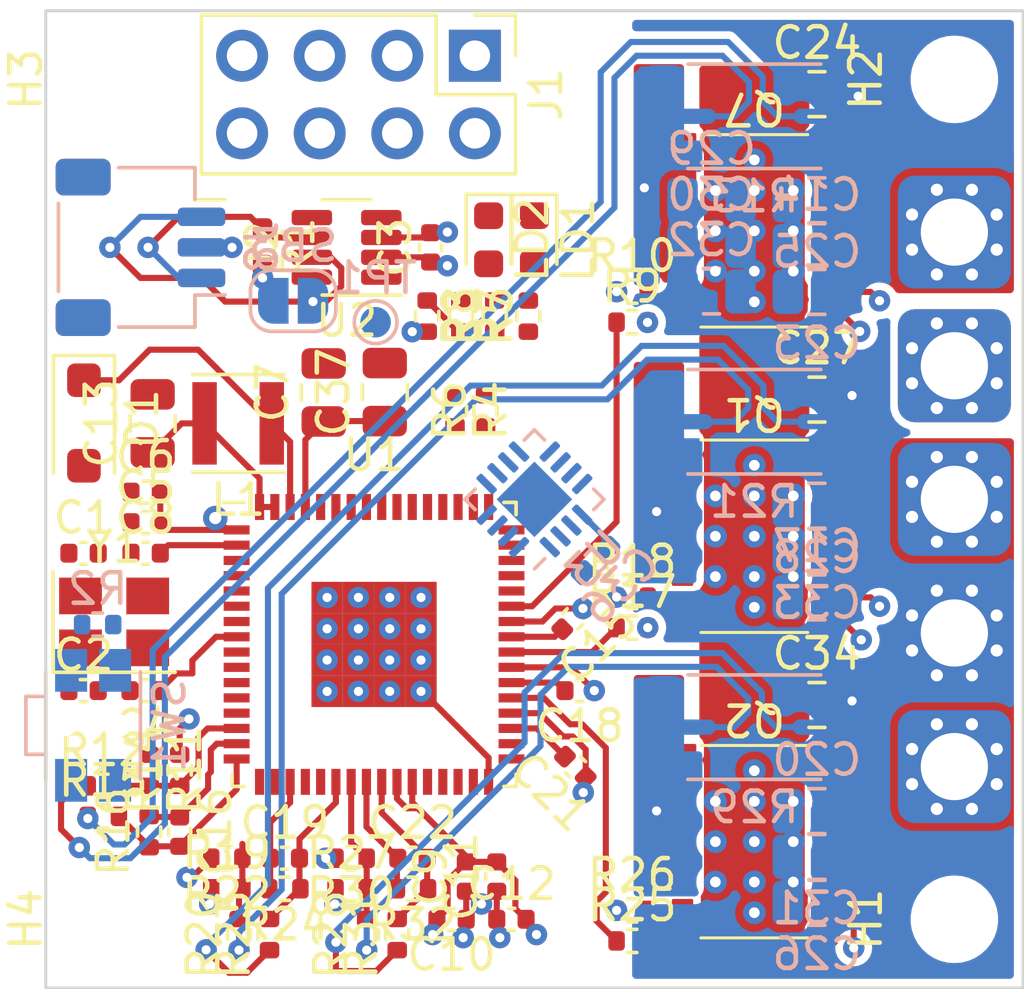
<source format=kicad_pcb>
(kicad_pcb (version 20221018) (generator pcbnew)
  (layers (0 "F.Cu" mixed) (1 "In1.Cu" power) (2 "In2.Cu" signal) (3 "In3.Cu" power) (4 "In4.Cu" power) (31 "B.Cu" mixed) (34 "B.Paste" user) (35 "F.Paste" user) (36 "B.SilkS" user "B.Silkscreen") (37 "F.SilkS" user "F.Silkscreen") (38 "B.Mask" user) (39 "F.Mask" user) (44 "Edge.Cuts" user))
  (net 0 "")
  (net 1 "VCC")
  (net 2 "GND")
  (net 6 "VBUS")
  (net 7 "/Power Stage/OUTA")
  (net 8 "Net-(U1C-BOOT1)")
  (net 13 "/OPAMP1_VOUT")
  (net 14 "/OPAMP1_VINM")
  (net 15 "+3.3V")
  (net 16 "/Power Stage/OUTB")
  (net 19 "Net-(U1D-BOOT2)")
  (net 20 "/OPAMP2_VOUT")
  (net 22 "/OPAMP2_VINM")
  (net 23 "/Power Stage/OUTC")
  (net 24 "Net-(U1E-BOOT3)")
  (net 25 "/OPAMP3_VOUT")
  (net 26 "/OPAMP3_VINM")
  (net 27 "/OSC_IN")
  (net 29 "/OSC_OUT")
  (net 30 "/~{RESET}")
  (net 31 "Net-(D1-K)")
  (net 32 "/CANH")
  (net 35 "/CANL")
  (net 36 "/SWDIO")
  (net 37 "/USART_RX")
  (net 38 "/SWCLK")
  (net 39 "/USART_TX")
  (net 40 "/SWO")
  (net 41 "Net-(LD1-A)")
  (net 42 "Net-(LD2-A)")
  (net 43 "/Power Stage/RSA+")
  (net 46 "/Power Stage/S2A")
  (net 47 "/Power Stage/RSA-")
  (net 48 "/Power Stage/RSB+")
  (net 49 "/Power Stage/S2B")
  (net 50 "/Power Stage/RSB-")
  (net 51 "/Power Stage/RSC+")
  (net 52 "/Power Stage/S2C")
  (net 54 "/Power Stage/RSC-")
  (net 55 "Net-(Q7-SH)")
  (net 57 "Net-(Q1-SH)")
  (net 58 "Net-(Q2-SH)")
  (net 59 "Net-(U1C-GHS1)")
  (net 60 "Net-(U1C-GLS1)")
  (net 61 "/OPAMP1_VINP")
  (net 62 "Net-(U1D-GHS2)")
  (net 63 "Net-(U1D-GLS2)")
  (net 64 "/OPAMP2_VINP")
  (net 65 "Net-(U1E-GHS3)")
  (net 66 "Net-(U1E-GLS3)")
  (net 67 "/OPAMP3_VINP")
  (net 68 "/SCREF")
  (net 69 "/V_{BUS}_SENSE")
  (net 70 "/USER_LED")
  (net 71 "/CAN_RX")
  (net 72 "/CAN_TX")
  (net 73 "/SPI_SCLK")
  (net 74 "/SPI_MISO")
  (net 75 "/SPI_MOSI")
  (net 76 "/SPI_~{CS}_RS")
  (net 77 "/Rotary Sensor/A")
  (net 78 "/Rotary Sensor/Z")
  (net 79 "/Rotary Sensor/B")
  (net 80 "/CAN_FAULT")
  (net 81 "Net-(Q1-GH)")
  (net 90 "Net-(Q1-GL)")
  (net 95 "Net-(Q2-GH)")
  (net 97 "Net-(Q2-GL)")
  (net 102 "Net-(Q7-GH)")
  (net 104 "Net-(Q7-GL)")
  (net 109 "Net-(SB3-B)")
  (footprint "moco:wire_2.2mm_rectagnel" (layer "F.Cu") (at 123.75 55.625 90)
    (fp_text reference "J3" hide)
    (fp_text value "V+" hide)
  )
  (footprint "Resistor_SMD:R_0402_1005Metric" (layer "F.Cu") (at 97.385 68.87 -90)
    (fp_text reference "R11")
    (fp_text value "24k" hide)
  )
  (footprint "moco:wire_2.2mm_rectagnel" (layer "F.Cu") (at 123.75 51.25 90)
    (fp_text reference "J5" hide)
    (fp_text value "A" hide)
  )
  (footprint "LED_SMD:LED_0603_1608Metric" (layer "F.Cu") (at 108.5 51.5 -90)
    (fp_text reference "LD2")
    (fp_text value "Blue" hide)
  )
  (footprint "Capacitor_SMD:C_0402_1005Metric" (layer "F.Cu") (at 98.385 70.88 -90)
    (fp_text reference "C16")
    (fp_text value "100nF" hide)
  )
  (footprint "Resistor_SMD:R_0402_1005Metric" (layer "F.Cu") (at 99.927501 71.75 180)
    (fp_text reference "R22")
    (fp_text value "24k" hide)
  )
  (footprint "MountingHole:MountingHole_2.2mm_M2_ISO14580" (layer "F.Cu") (at 96.25 73.75 90)
    (fp_text reference "H4")
    (fp_text value "MountingHole" hide)
  )
  (footprint "moco:wire_2.2mm_rectagnel" (layer "F.Cu") (at 123.75 68.75)
    (fp_text reference "J7" hide)
    (fp_text value "C" hide)
  )
  (footprint "Resistor_SMD:R_0402_1005Metric" (layer "F.Cu") (at 104.507501 74.25 90)
    (fp_text reference "R28")
    (fp_text value "1.78k" hide)
  )
  (footprint "Capacitor_SMD:C_0805_2012Metric" (layer "F.Cu") (at 103.1 56.5 90)
    (fp_text reference "C7")
    (fp_text value "220nF/50V" hide)
  )
  (footprint "Connector_PinHeader_2.54mm:PinHeader_2x04_P2.54mm_Vertical" (layer "F.Cu") (at 108.05 45.475 -90)
    (fp_text reference "J1")
    (fp_text value "Debug" hide)
  )
  (footprint "Resistor_SMD:R_0402_1005Metric" (layer "F.Cu") (at 107.4 57.1 -90)
    (fp_text reference "R4")
    (fp_text value "22k" hide)
  )
  (footprint "Capacitor_SMD:C_0402_1005Metric" (layer "F.Cu") (at 109.247501 73.75)
    (fp_text reference "C12")
    (fp_text value "1uF" hide)
  )
  (footprint "Resistor_SMD:R_0402_1005Metric" (layer "F.Cu") (at 97.385 70.88 90)
    (fp_text reference "R16")
    (fp_text value "12k" hide)
  )
  (footprint "MountingHole:MountingHole_2.2mm_M2_ISO14580" (layer "F.Cu") (at 96.25 46.25 90)
    (fp_text reference "H3")
    (fp_text value "MountingHole" hide)
  )
  (footprint "Resistor_SMD:R_0402_1005Metric" (layer "F.Cu") (at 108.4 57.1 90)
    (fp_text reference "R6")
    (fp_text value "10k" hide)
  )
  (footprint "Capacitor_SMD:C_0402_1005Metric" (layer "F.Cu") (at 111.339411 68.762499 135)
    (fp_text reference "C21")
    (fp_text value "100nF/50V" hide)
  )
  (footprint "Capacitor_SMD:C_0402_1005Metric" (layer "F.Cu") (at 107.767501 72.35 90)
    (fp_text reference "C9")
    (fp_text value "100nF" hide)
  )
  (footprint "Resistor_SMD:R_0402_1005Metric" (layer "F.Cu") (at 103.997501 72.75)
    (fp_text reference "R27")
    (fp_text value "24k" hide)
  )
  (footprint "Capacitor_SMD:C_0805_2012Metric" (layer "F.Cu") (at 97.5 57.512499 90)
    (fp_text reference "C13")
    (fp_text value "10uF" hide)
  )
  (footprint "Resistor_SMD:R_0402_1005Metric" (layer "F.Cu") (at 109.8 54 90)
    (fp_text reference "R7")
    (fp_text value "1k" hide)
  )
  (footprint "Capacitor_SMD:C_0402_1005Metric" (layer "F.Cu") (at 97.237501 66.262499 180)
    (fp_text reference "C4")
    (fp_text value "100nF" hide)
  )
  (footprint "Resistor_SMD:R_0402_1005Metric" (layer "F.Cu") (at 113.2 73.458335)
    (fp_text reference "R26")
    (fp_text value "10R" hide)
  )
  (footprint "Capacitor_SMD:C_0805_2012Metric" (layer "F.Cu") (at 119.25 56.733335)
    (fp_text reference "C27")
    (fp_text value "10uF/50V" hide)
  )
  (footprint "Resistor_SMD:R_0402_1005Metric_Pad0.72x0.64mm_HandSolder" (layer "F.Cu") (at 101.1 51.75 -90)
    (fp_text reference "R1")
    (fp_text value "120R" hide)
  )
  (footprint "Capacitor_SMD:C_0805_2012Metric" (layer "F.Cu") (at 105.1 56.487501 90)
    (fp_text reference "C37")
    (fp_text value "10uF/50V" hide)
  )
  (footprint "MountingHole:MountingHole_2.2mm_M2_ISO14580" (layer "F.Cu") (at 123.75 73.75 90)
    (fp_text reference "H1")
    (fp_text value "MountingHole" hide)
  )
  (footprint "Resistor_SMD:R_0402_1005Metric" (layer "F.Cu") (at 95.885 70.38)
    (fp_text reference "R15")
    (fp_text value "1.78k" hide)
  )
  (footprint "Capacitor_SMD:C_0402_1005Metric" (layer "F.Cu") (at 101.827501 71.75)
    (fp_text reference "C19")
    (fp_text value "100nF" hide)
  )
  (footprint "Resistor_SMD:R_0402_1005Metric" (layer "F.Cu") (at 105.507501 74.25 90)
    (fp_text reference "R31")
    (fp_text value "1.78k" hide)
  )
  (footprint "Resistor_SMD:R_0402_1005Metric" (layer "F.Cu") (at 101.327501 74.25 90)
    (fp_text reference "R23")
    (fp_text value "1.78k" hide)
  )
  (footprint "Resistor_SMD:R_0402_1005Metric" (layer "F.Cu") (at 106.007501 72.75 180)
    (fp_text reference "R32")
    (fp_text value "12k" hide)
  )
  (footprint "Resistor_SMD:R_0402_1005Metric" (layer "F.Cu") (at 113.2 53.2)
    (fp_text reference "R10")
    (fp_text value "10R" hide)
  )
  (footprint "moco:VSON-CLIP-22_5x6mm (DMM0022A)_Alt1" (layer "F.Cu") (at 117.2 71.208335 180)
    (fp_text reference "Q2")
    (fp_text value "CSD88584Q5DC" hide)
  )
  (footprint "moco:VSON-CLIP-22_5x6mm (DMM0022A)_Alt1" (layer "F.Cu") (at 117.2 61.208335 180)
    (fp_text reference "Q1")
    (fp_text value "CSD88584Q5DC" hide)
  )
  (footprint "Resistor_SMD:R_0402_1005Metric" (layer "F.Cu") (at 106.49 54 -90)
    (fp_text reference "R3")
    (fp_text value "100k" hide)
  )
  (footprint "Capacitor_SMD:C_0805_2012Metric" (layer "F.Cu") (at 119.25 66.733335)
    (fp_text reference "C34")
    (fp_text value "10uF/50V" hide)
  )
  (footprint "Capacitor_SMD:C_0402_1005Metric" (layer "F.Cu") (at 97.27 61.762499)
    (fp_text reference "C8")
    (fp_text value "100nF" hide)
  )
  (footprint "Capacitor_SMD:C_0402_1005Metric" (layer "F.Cu") (at 107.287501 73.75 180)
    (fp_text reference "C10")
    (fp_text value "1uF" hide)
  )
  (footprint "Package_TO_SOT_SMD:SOT-23-8" (layer "F.Cu") (at 103.85 51.75 180)
    (fp_text reference "U2")
    (fp_text value "TCAN337" hide)
  )
  (footprint "Resistor_SMD:R_0402_1005Metric" (layer "F.Cu") (at 100.327501 74.25 90)
    (fp_text reference "R20")
    (fp_text value "1.78k" hide)
  )
  (footprint "moco:wire_2.2mm_rectagnel" (layer "F.Cu") (at 123.75 60)
    (fp_text reference "J6" hide)
    (fp_text value "B" hide)
  )
  (footprint "Capacitor_SMD:C_0402_1005Metric" (layer "F.Cu") (at 95.237501 61.762499)
    (fp_text reference "C1")
    (fp_text value "6.8pF" hide)
  )
  (footprint "moco:wire_2.2mm" (layer "F.Cu") (at 123.75 64.375)
    (fp_text reference "J4" hide)
    (fp_text value "V-" hide)
  )
  (footprint "Capacitor_SMD:C_0402_1005Metric" (layer "F.Cu") (at 111.25 63.912499 -135)
    (fp_text reference "C15")
    (fp_text value "100nF/50V" hide)
  )
  (footprint "moco:VSON-CLIP-22_5x6mm (DMM0022A)_Alt1" (layer "F.Cu") (at 117.2 51.208335 180)
    (fp_text reference "Q7")
    (fp_text value "CSD88584Q5DC" hide)
  )
  (footprint "Resistor_SMD:R_0402_1005Metric" (layer "F.Cu") (at 108.7 54 90)
    (fp_text reference "R8")
    (fp_text value "1k" hide)
  )
  (footprint "Resistor_SMD:R_0402_1005Metric" (layer "F.Cu") (at 113.2 64.2)
    (fp_text reference "R17")
    (fp_text value "10R" hide)
  )
  (footprint "Resistor_SMD:R_0402_1005Metric" (layer "F.Cu") (at 113.2 54.2)
    (fp_text reference "R9")
    (fp_text value "10R" hide)
  )
  (footprint "Resistor_SMD:R_0402_1005Metric" (layer "F.Cu") (at 107.59 54 -90)
    (fp_text reference "R5")
    (fp_text value "10k" hide)
  )
  (footprint "Capacitor_SMD:C_0402_1005Metric" (layer "F.Cu") (at 108.767501 72.35 90)
    (fp_text reference "C11")
    (fp_text value "100nF" hide)
  )
  (footprint "Capacitor_SMD:C_0805_2012Metric" (layer "F.Cu") (at 119.25 46.733335)
    (fp_text reference "C24")
    (fp_text value "10uF/50V" hide)
  )
  (footprint "Resistor_SMD:R_0402_1005Metric" (layer "F.Cu") (at 113.2 63.2)
    (fp_text reference "R18")
    (fp_text value "10R" hide)
  )
  (footprint "Inductor_SMD:L_Taiyo-Yuden_MD-3030" (layer "F.Cu") (at 100.3 57.512499 180)
    (fp_text reference "L1")
    (fp_text value "18uH" hide)
  )
  (footprint "Crystal:Crystal_SMD_3225-4Pin_3.2x2.5mm" (layer "F.Cu") (at 96.237501 64.012499)
    (fp_text reference "Y1")
    (fp_text value "24MHz" hide)
  )
  (footprint "Capacitor_SMD:C_0402_1005Metric" (layer "F.Cu") (at 106.6 51.75 90)
    (fp_text reference "C3")
    (fp_text value "100nF" hide)
  )
  (footprint "Capacitor_SMD:C_0402_1005Metric" (layer "F.Cu") (at 111.48 66.262499 180)
    (fp_text reference "C18")
    (fp_text value "100nF/50V" hide)
  )
  (footprint "Capacitor_SMD:C_0402_1005Metric" (layer "F.Cu") (at 97.27 60.762499)
    (fp_text reference "C5")
    (fp_text value "100nF" hide)
  )
  (footprint "Capacitor_SMD:C_0402_1005Metric" (layer "F.Cu") (at 97.27 59.762499)
    (fp_text reference "C6")
    (fp_text value "10uF" hide)
  )
  (footprint "Diode_SMD:D_SOD-123F" (layer "F.Cu") (at 95.25 57.5 -90)
    (fp_text reference "D1")
    (fp_text value "STPS0560Z" hide)
  )
  (footprint "Capacitor_SMD:C_0402_1005Metric" (layer "F.Cu") (at 106.007501 71.75)
    (fp_text reference "C22")
    (fp_text value "100nF" hide)
  )
  (footprint "moco:VFQFPN 9X9X1.0 64 PITCH 0.5" (layer "F.Cu") (at 104.75 64.75)
    (fp_text reference "U1")
    (fp_text value "STSPIN32G4" hide)
  )
  (footprint "Connector_JST:JST_SH_SM03B-SRSS-TB_1x03-1MP_P1.00mm_Horizontal" (layer "F.Cu") (at 97.1 51.75 -90)
    (fp_text reference "J2")
    (fp_text value "CAN" hide)
  )
  (footprint "Resistor_SMD:R_0402_1005Metric" (layer "F.Cu") (at 103.997501 71.75 180)
    (fp_text reference "R30")
    (fp_text value "24k" hide)
  )
  (footprint "Resistor_SMD:R_0402_1005Metric" (layer "F.Cu") (at 99.927501 72.75)
    (fp_text reference "R19")
    (fp_text value "24k" hide)
  )
  (footprint "Resistor_SMD:R_0402_1005Metric" (layer "F.Cu") (at 101.827501 72.75 180)
    (fp_text reference "R24")
    (fp_text value "12k" hide)
  )
  (footprint "Resistor_SMD:R_0402_1005Metric" (layer "F.Cu") (at 113.2 74.458335)
    (fp_text reference "R25")
    (fp_text value "10R" hide)
  )
  (footprint "Resistor_SMD:R_0402_1005Metric" (layer "F.Cu") (at 95.885 69.38)
    (fp_text reference "R12")
    (fp_text value "1.78k" hide)
  )
  (footprint "Capacitor_SMD:C_0402_1005Metric" (layer "F.Cu") (at 95.237501 66.262499)
    (fp_text reference "C2")
    (fp_text value "6.8pF" hide)
  )
  (footprint "MountingHole:MountingHole_2.2mm_M2_ISO14580" (layer "F.Cu") (at 123.75 46.25 90)
    (fp_text reference "H2")
    (fp_text value "MountingHole" hide)
  )
  (footprint "Resistor_SMD:R_0402_1005Metric" (layer "F.Cu") (at 98.385 68.87 90)
    (fp_text reference "R14")
    (fp_text value "24k" hide)
  )
  (footprint "LED_SMD:LED_0603_1608Metric" (layer "F.Cu") (at 110 51.5 -90)
    (fp_text reference "LD1")
    (fp_text value "Red" hide)
  )
  (footprint "Capacitor_SMD:C_0805_2012Metric" (layer "B.Cu") (at 119.25 70.208335 180)
    (fp_text reference "C20")
    (fp_text value "220nF/50V" hide)
  )
  (footprint "Capacitor_SMD:C_0805_2012Metric" (layer "B.Cu") (at 115.8 53.191665 180)
    (fp_text reference "C32")
    (fp_text value "10uF/50V" hide)
  )
  (footprint "Capacitor_SMD:C_0805_2012Metric" (layer "B.Cu") (at 119.25 60.208335)
    (fp_text reference "C28")
    (fp_text value "10uF/50V" hide)
  )
  (footprint "Package_DFN_QFN:QFN-16-1EP_3x3mm_P0.5mm_EP1.75x1.75mm" (layer "B.Cu") (at 110 60 45)
    (fp_text reference "U3")
    (fp_text value "MA702" hide)
  )
  (footprint "NetTie:NetTie-2_SMD_Pad0.5mm" (layer "B.Cu") (at 115.2 67.458335 180)
    (fp_text reference "NT5" hide)
    (fp_text value "NetTie_2" hide)
  )
  (footprint "Button_Switch_SMD:SW_SPST_EVQP7C" (layer "B.Cu") (at 95.55 67.4 90)
    (fp_text reference "SW1")
    (fp_text value "RESET" hide)
  )
  (footprint "Capacitor_SMD:C_0805_2012Metric" (layer "B.Cu") (at 119.25 73.208335)
    (fp_text reference "C26")
    (fp_text value "10uF/50V" hide)
  )
  (footprint "Capacitor_SMD:C_0805_2012Metric" (layer "B.Cu") (at 115.8 50.2 180)
    (fp_text reference "C29")
    (fp_text value "10uF/50V" hide)
  )
  (footprint "NetTie:NetTie-2_SMD_Pad0.5mm" (layer "B.Cu") (at 119.3375 57.458335)
    (fp_text reference "NT4" hide)
    (fp_text value "NetTie_2" hide)
  )
  (footprint "Capacitor_SMD:C_0805_2012Metric" (layer "B.Cu") (at 119.25 71.708335)
    (fp_text reference "C31")
    (fp_text value "10uF/50V" hide)
  )
  (footprint "Capacitor_SMD:C_0805_2012Metric" (layer "B.Cu") (at 119.25 50.208335)
    (fp_text reference "C25")
    (fp_text value "10uF/50V" hide)
  )
  (footprint "Capacitor_SMD:C_0805_2012Metric" (layer "B.Cu") (at 119.25 51.708335 180)
    (fp_text reference "C14")
    (fp_text value "220nF/50V" hide)
  )
  (footprint "NetTie:NetTie-2_SMD_Pad0.5mm" (layer "B.Cu") (at 119.2 67.458335)
    (fp_text reference "NT6" hide)
    (fp_text value "NetTie_2" hide)
  )
  (footprint "Capacitor_SMD:C_0805_2012Metric" (layer "B.Cu") (at 119.25 61.708335)
    (fp_text reference "C33")
    (fp_text value "10uF/50V" hide)
  )
  (footprint "Capacitor_SMD:C_0805_2012Metric" (layer "B.Cu") (at 119.25 53.208335)
    (fp_text reference "C23")
    (fp_text value "10uF/50V" hide)
  )
  (footprint "Capacitor_SMD:C_0402_1005Metric_Pad0.74x0.62mm_HandSolder" (layer "B.Cu") (at 112 62 45)
    (fp_text reference "C36")
    (fp_text value "1uF" hide)
  )
  (footprint "NetTie:NetTie-2_SMD_Pad0.5mm" (layer "B.Cu") (at 115.0875 57.458335 180)
    (fp_text reference "NT3" hide)
    (fp_text value "NetTie_2" hide)
  )
  (footprint "Resistor_SMD:R_2512_6332Metric" (layer "B.Cu") (at 117.2 47.458335)
    (fp_text reference "R13")
    (fp_text value "20mΩ/3W" hide)
  )
  (footprint "Capacitor_SMD:C_0805_2012Metric" (layer "B.Cu") (at 115.8 51.7 180)
    (fp_text reference "C30")
    (fp_text value "10uF/50V" hide)
  )
  (footprint "Jumper:SolderJumper-2_P1.3mm_Open_RoundedPad1.0x1.5mm" (layer "B.Cu") (at 102.1 53.5 180)
    (fp_text reference "SB3")
    (fp_text value "SolderJumper_2_Open" hide)
  )
  (footprint "Resistor_SMD:R_2512_6332Metric" (layer "B.Cu") (at 117.2 67.458335)
    (fp_text reference "R29")
    (fp_text value "20mΩ/3W" hide)
  )
  (footprint "Connector_JST:JST_SH_SM03B-SRSS-TB_1x03-1MP_P1.00mm_Horizontal" (layer "B.Cu") (at 97.1 51.75 90)
    (fp_text reference "J8")
    (fp_text value "CAN" hide)
  )
  (footprint "Resistor_SMD:R_2512_6332Metric" (layer "B.Cu") (at 117.2 57.458335)
    (fp_text reference "R21")
    (fp_text value "20mΩ/3W" hide)
  )
  (footprint "Resistor_SMD:R_0402_1005Metric" (layer "B.Cu") (at 95.7 64.1 180)
    (fp_text reference "R2")
    (fp_text value "10k" hide)
  )
  (footprint "Capacitor_SMD:C_0805_2012Metric" (layer "B.Cu") (at 119.25 63.208335 180)
    (fp_text reference "C17")
    (fp_text value "220nF/50V" hide)
  )
  (footprint "NetTie:NetTie-2_SMD_Pad0.5mm" (layer "B.Cu") (at 115.2 47.458335 180)
    (fp_text reference "NT1" hide)
    (fp_text value "NetTie_2" hide)
  )
  (footprint "TestPoint:TestPoint_Pad_D1.0mm" (layer "B.Cu") (at 104.8 54.2 180)
    (fp_text reference "TP1")
    (fp_text value "GND" hide)
  )
  (footprint "NetTie:NetTie-2_SMD_Pad0.5mm" (layer "B.Cu") (at 119.2375 47.458335)
    (fp_text reference "NT2" hide)
    (fp_text value "NetTie_2" hide)
  )
  (gr_rect locked (start 94 44) (end 126 76) (stroke (width 0.1)) (fill none) (layer "Edge.Cuts"))
  (segment (start 99.2 57.512499) (end 98.45 57.512499) (width 0.2) (layer "F.Cu") (net 1))
  (segment (start 98.45 57.512499) (end 97.5 58.462499) (width 0.2) (layer "F.Cu") (net 1))
  (segment (start 101 59.312499) (end 99.2 57.512499) (width 0.2) (layer "F.Cu") (net 1))
  (segment (start 101 60.25) (end 101 59.312499) (width 0.2) (layer "F.Cu") (net 1))
  (segment (start 101.5 60.25) (end 101 60.25) (width 0.2) (layer "F.Cu") (net 1))
  (segment (start 98.623912 72.378447) (end 98.789054 72.378447) (width 0.2) (layer "F.Cu") (net 2))
  (segment (start 104.9875 52.075) (end 106.445 52.075) (width 0.2) (layer "F.Cu") (net 2))
  (segment (start 98.789054 72.378447) (end 99.417501 71.75) (width 0.2) (layer "F.Cu") (net 2))
  (segment (start 108.187501 73.25) (end 107.767501 72.83) (width 0.2) (layer "F.Cu") (net 2))
  (segment (start 98.385 67.496466) (end 98.385 68.36) (width 0.2) (layer "F.Cu") (net 2))
  (segment (start 107.03 52.23) (end 107.15 52.35) (width 0.2) (layer "F.Cu") (net 2))
  (segment (start 106.6 52.23) (end 107.03 52.23) (width 0.2) (layer "F.Cu") (net 2))
  (segment (start 107.767501 74.25) (end 107.667501 74.35) (width 0.2) (layer "F.Cu") (net 2))
  (segment (start 108.5 68.462501) (end 106.324998 66.287499) (width 0.2) (layer "F.Cu") (net 2))
  (segment (start 108.767501 72.83) (end 108.687501 72.83) (width 0.2) (layer "F.Cu") (net 2))
  (segment (start 106.445 52.075) (end 106.6 52.23) (width 0.2) (layer "F.Cu") (net 2))
  (segment (start 108.687501 72.83) (end 108.267501 73.25) (width 0.2) (layer "F.Cu") (net 2))
  (segment (start 108.767501 74.25) (end 108.867501 74.35) (width 0.2) (layer "F.Cu") (net 2))
  (segment (start 108.767501 73.75) (end 108.767501 74.25) (width 0.2) (layer "F.Cu") (net 2))
  (segment (start 107.767501 73.75) (end 107.767501 74.25) (width 0.2) (layer "F.Cu") (net 2))
  (segment (start 108.767501 72.83) (end 108.767501 73.75) (width 0.2) (layer "F.Cu") (net 2))
  (segment (start 99.1 51.75) (end 100.1 51.75) (width 0.2) (layer "F.Cu") (net 2))
  (segment (start 108.5 69.25) (end 108.5 68.462501) (width 0.2) (layer "F.Cu") (net 2))
  (segment (start 108.267501 73.25) (end 108.187501 73.25) (width 0.2) (layer "F.Cu") (net 2))
  (segment (start 98.690733 67.190733) (end 98.385 67.496466) (width 0.2) (layer "F.Cu") (net 2))
  (segment (start 107.767501 72.83) (end 107.767501 73.75) (width 0.2) (layer "F.Cu") (net 2))
  (via (at 107.15 52.35) (size 0.7) (drill 0.3) (layers "F.Cu" "B.Cu") (net 2))
  (via (at 100.1 51.75) (size 0.7) (drill 0.3) (layers "F.Cu" "B.Cu") (net 2))
  (via (at 98.690733 67.190733) (size 0.7) (drill 0.3) (layers "F.Cu" "B.Cu") (net 2))
  (via (at 98.623912 72.378447) (size 0.7) (drill 0.3) (layers "F.Cu" "B.Cu") (net 2))
  (via (at 120.4 56.6) (size 0.7) (drill 0.3) (layers "F.Cu" "B.Cu") (net 2))
  (via (at 103.167501 71.75) (size 0.7) (drill 0.3) (layers "F.Cu" "B.Cu") (net 2))
  (via (at 107.667501 74.35) (size 0.7) (drill 0.3) (layers "F.Cu" "B.Cu") (net 2))
  (via (at 120.6 46.8) (size 0.7) (drill 0.3) (layers "F.Cu" "B.Cu") (net 2))
  (via (at 108.867501 74.35) (size 0.7) (drill 0.3) (layers "F.Cu" "B.Cu") (net 2))
  (via (at 108.267501 73.25) (size 0.7) (drill 0.3) (layers "F.Cu" "B.Cu") (net 2))
  (via (at 120.4 66.6) (size 0.7) (drill 0.3) (layers "F.Cu" "B.Cu") (net 2))
  (segment (start 117.4 66.733335) (end 117.2 66.933335) (width 0.2) (layer "F.Cu") (net 6))
  (segment (start 117.2 66.933335) (end 117.2 68.883335) (width 0.2) (layer "F.Cu") (net 6))
  (segment (start 118.3 56.733335) (end 117.4 56.733335) (width 0.2) (layer "F.Cu") (net 6))
  (segment (start 102.5 58.05) (end 102.5 60.25) (width 0.2) (layer "F.Cu") (net 6))
  (segment (start 105.1 57.437501) (end 103.112499 57.437501) (width 0.2) (layer "F.Cu") (net 6))
  (segment (start 118.3 66.733335) (end 117.4 66.733335) (width 0.2) (layer "F.Cu") (net 6))
  (segment (start 117.4 56.733335) (end 117.2 56.933335) (width 0.2) (layer "F.Cu") (net 6))
  (segment (start 117.2 47.833335) (end 117.2 48.883335) (width 0.2) (layer "F.Cu") (net 6))
  (segment (start 117.2 56.933335) (end 117.2 58.883335) (width 0.2) (layer "F.Cu") (net 6))
  (segment (start 106.49 54.51) (end 106 54.51) (width 0.2) (layer "F.Cu") (net 6))
  (segment (start 118.3 46.733335) (end 117.2 47.833335) (width 0.2) (layer "F.Cu") (net 6))
  (segment (start 117.2 63.533335) (end 117.2 66.933335) (width 0.2) (layer "F.Cu") (net 6))
  (segment (start 117.2 53.533335) (end 117.2 56.933335) (width 0.2) (layer "F.Cu") (net 6))
  (segment (start 103.1 57.45) (end 102.5 58.05) (width 0.2) (layer "F.Cu") (net 6))
  (segment (start 103.112499 57.437501) (end 103.1 57.45) (width 0.2) (layer "F.Cu") (net 6))
  (via (at 106 54.51) (size 0.7) (drill 0.3) (layers "F.Cu" "B.Cu") (net 6))
  (segment (start 118.3 60.208335) (end 118.3 63.208335) (width 0.2) (layer "B.Cu") (net 6))
  (segment (start 118.3 70.208335) (end 118.3 73.208335) (width 0.2) (layer "B.Cu") (net 6))
  (segment (start 109.25 64.5) (end 110.662499 64.5) (width 0.2) (layer "F.Cu") (net 8))
  (segment (start 110.662499 64.5) (end 110.910589 64.25191) (width 0.2) (layer "F.Cu") (net 8))
  (segment (start 98.385 70.4) (end 97.415 70.4) (width 0.2) (layer "F.Cu") (net 13))
  (segment (start 99.315343 69.015343) (end 99.315343 69.469657) (width 0.2) (layer "F.Cu") (net 13))
  (segment (start 97.415 70.4) (end 97.385 70.37) (width 0.2) (layer "F.Cu") (net 13))
  (segment (start 99.405 68.195) (end 99.405 68.925686) (width 0.2) (layer "F.Cu") (net 13))
  (segment (start 99.6 68) (end 99.405 68.195) (width 0.2) (layer "F.Cu") (net 13))
  (segment (start 99.405 68.925686) (end 99.315343 69.015343) (width 0.2) (layer "F.Cu") (net 13))
  (segment (start 99.315343 69.469657) (end 98.385 70.4) (width 0.2) (layer "F.Cu") (net 13))
  (segment (start 100.25 68) (end 99.6 68) (width 0.2) (layer "F.Cu") (net 13))
  (segment (start 98.385 71.36) (end 100.25 69.495) (width 0.2) (layer "F.Cu") (net 14))
  (segment (start 97.415 71.36) (end 97.385 71.39) (width 0.2) (layer "F.Cu") (net 14))
  (segment (start 97.385 71.37) (end 96.395 70.38) (width 0.2) (layer "F.Cu") (net 14))
  (segment (start 100.25 69.495) (end 100.25 68.5) (width 0.2) (layer "F.Cu") (net 14))
  (segment (start 98.385 71.36) (end 97.415 71.36) (width 0.2) (layer "F.Cu") (net 14))
  (segment (start 97.385 71.39) (end 97.385 71.37) (width 0.2) (layer "F.Cu") (net 14))
  (segment (start 107.767501 71.87) (end 107.157501 72.48) (width 0.2) (layer "F.Cu") (net 15))
  (segment (start 106.807501 73.75) (end 106.807501 74.11) (width 0.2) (layer "F.Cu") (net 15))
  (segment (start 107.767501 71.692501) (end 106.1875 70.1125) (width 0.2) (layer "F.Cu") (net 15))
  (segment (start 106 69.925) (end 107.945 71.87) (width 0.2) (layer "F.Cu") (net 15))
  (segment (start 106.6 51.27) (end 107.13 51.27) (width 0.2) (layer "F.Cu") (net 15))
  (segment (start 103.487501 73.23) (end 103.467501 73.25) (width 0.2) (layer "F.Cu") (net 15))
  (segment (start 98.012499 61.5) (end 100.25 61.5) (width 0.2) (layer "F.Cu") (net 15))
  (segment (start 100.25 61) (end 97.987501 61) (width 0.2) (layer "F.Cu") (net 15))
  (segment (start 99.55 60.612499) (end 99.937501 61) (width 0.2) (layer "F.Cu") (net 15))
  (segment (start 107.945 71.87) (end 108.767501 71.87) (width 0.2) (layer "F.Cu") (net 15))
  (segment (start 103.487501 72.75) (end 103.487501 73.23) (width 0.2) (layer "F.Cu") (net 15))
  (segment (start 109.727501 73.75) (end 109.727501 73.91) (width 0.2) (layer "F.Cu") (net 15))
  (segment (start 105.5 69.8) (end 105.5 69.25) (width 0.2) (layer "F.Cu") (net 15))
  (segment (start 109.727501 73.91) (end 110.067501 74.25) (width 0.2) (layer "F.Cu") (net 15))
  (segment (start 108.767501 71.87) (end 109.377501 72.48) (width 0.2) (layer "F.Cu") (net 15))
  (segment (start 107.157501 72.48) (end 107.157501 73.4) (width 0.2) (layer "F.Cu") (net 15))
  (segment (start 109.377501 73.4) (end 109.727501 73.75) (width 0.2) (layer "F.Cu") (net 15))
  (segment (start 99.937501 61) (end 100.25 61) (width 0.2) (layer "F.Cu") (net 15))
  (segment (start 99.417501 72.75) (end 99.417501 73.2) (width 0.2) (layer "F.Cu") (net 15))
  (segment (start 97.75 61.762499) (end 98.012499 61.5) (width 0.2) (layer "F.Cu") (net 15))
  (segment (start 109.377501 72.48) (end 109.377501 73.4) (width 0.2) (layer "F.Cu") (net 15))
  (segment (start 97.987501 61) (end 97.75 60.762499) (width 0.2) (layer "F.Cu") (net 15))
  (segment (start 107.13 51.27) (end 107.15 51.25) (width 0.2) (layer "F.Cu") (net 15))
  (segment (start 106.445 51.425) (end 106.6 51.27) (width 0.2) (layer "F.Cu") (net 15))
  (segment (start 104.9875 51.425) (end 106.445 51.425) (width 0.2) (layer "F.Cu") (net 15))
  (segment (start 106.807501 74.11) (end 106.667501 74.25) (width 0.2) (layer "F.Cu") (net 15))
  (segment (start 99.417501 73.2) (end 99.367501 73.25) (width 0.2) (layer "F.Cu") (net 15))
  (segment (start 97.75 59.762499) (end 97.75 60.762499) (width 0.2) (layer "F.Cu") (net 15))
  (segment (start 106 69.25) (end 106 69.925) (width 0.2) (layer "F.Cu") (net 15))
  (segment (start 107.157501 73.4) (end 106.807501 73.75) (width 0.2) (layer "F.Cu") (net 15))
  (segment (start 107.767501 71.87) (end 107.767501 71.692501) (width 0.2) (layer "F.Cu") (net 15))
  (segment (start 105.8125 70.1125) (end 105.5 69.8) (width 0.2) (layer "F.Cu") (net 15))
  (segment (start 106.1875 70.1125) (end 105.8125 70.1125) (width 0.2) (layer "F.Cu") (net 15))
  (via (at 110.067501 74.25) (size 0.7) (drill 0.3) (layers "F.Cu" "B.Cu") (net 15))
  (via (at 107.15 51.25) (size 0.7) (drill 0.3) (layers "F.Cu" "B.Cu") (net 15))
  (via (at 103.467501 73.25) (size 0.7) (drill 0.3) (layers "F.Cu" "B.Cu") (net 15))
  (via (at 106.667501 74.25) (size 0.7) (drill 0.3) (layers "F.Cu" "B.Cu") (net 15))
  (via (at 99.55 60.612499) (size 0.8) (drill 0.4) (layers "F.Cu" "B.Cu") (net 15))
  (via (at 99.367501 73.25) (size 0.7) (drill 0.3) (layers "F.Cu" "B.Cu") (net 15))
  (segment (start 111.564474 60.503814) (end 112.401283 61.340623) (width 0.2) (layer "B.Cu") (net 15))
  (segment (start 112.401283 61.340623) (end 112.401283 61.598717) (width 0.2) (layer "B.Cu") (net 15))
  (segment (start 111 66.262499) (end 110.737501 66) (width 0.2) (layer "F.Cu") (net 19))
  (segment (start 110.737501 66) (end 109.25 66) (width 0.2) (layer "F.Cu") (net 19))
  (segment (start 101.347501 71.75) (end 101.347501 70.577499) (width 0.2) (layer "F.Cu") (net 20))
  (segment (start 101.347501 70.577499) (end 102 69.925) (width 0.2) (layer "F.Cu") (net 20))
  (segment (start 101.347501 71.75) (end 101.347501 72.72) (width 0.2) (layer "F.Cu") (net 20))
  (segment (start 102 69.925) (end 102 69.25) (width 0.2) (layer "F.Cu") (net 20))
  (segment (start 101.347501 72.72) (end 101.317501 72.75) (width 0.2) (layer "F.Cu") (net 20))
  (segment (start 102.307501 72.72) (end 102.337501 72.75) (width 0.2) (layer "F.Cu") (net 22))
  (segment (start 102.317501 72.75) (end 101.327501 73.74) (width 0.2) (layer "F.Cu") (net 22))
  (segment (start 102.307501 71.75) (end 102.307501 72.72) (width 0.2) (layer "F.Cu") (net 22))
  (segment (start 103.5 69.25) (end 103.5 69.925) (width 0.2) (layer "F.Cu") (net 22))
  (segment (start 102.307501 71.117499) (end 102.307501 71.75) (width 0.2) (layer "F.Cu") (net 22))
  (segment (start 102.337501 72.75) (end 102.317501 72.75) (width 0.2) (layer "F.Cu") (net 22))
  (segment (start 103.5 69.925) (end 102.307501 71.117499) (width 0.2) (layer "F.Cu") (net 22))
  (segment (start 109.25 67.5) (end 110.076912 67.5) (width 0.2) (layer "F.Cu") (net 24))
  (segment (start 110.076912 67.5) (end 111 68.423088) (width 0.2) (layer "F.Cu") (net 24))
  (segment (start 105.497501 72.75) (end 105.497501 71.78) (width 0.2) (layer "F.Cu") (net 25))
  (segment (start 104.5 69.25) (end 104.5 70.722499) (width 0.2) (layer "F.Cu") (net 25))
  (segment (start 105.497501 71.78) (end 105.527501 71.75) (width 0.2) (layer "F.Cu") (net 25))
  (segment (start 104.5 70.722499) (end 105.527501 71.75) (width 0.2) (layer "F.Cu") (net 25))
  (segment (start 105 70.262499) (end 105 69.25) (width 0.2) (layer "F.Cu") (net 26))
  (segment (start 106.487501 72.72) (end 106.517501 72.75) (width 0.2) (layer "F.Cu") (net 26))
  (segment (start 106.517501 72.75) (end 106.497501 72.75) (width 0.2) (layer "F.Cu") (net 26))
  (segment (start 106.487501 71.75) (end 105 70.262499) (width 0.2) (layer "F.Cu") (net 26))
  (segment (start 106.487501 71.75) (end 106.487501 72.72) (width 0.2) (layer "F.Cu") (net 26))
  (segment (start 106.497501 72.75) (end 105.507501 73.74) (width 0.2) (layer "F.Cu") (net 26))
  (segment (start 99.575 64.5) (end 98.8 65.275) (width 0.2) (layer "F.Cu") (net 30))
  (segment (start 100.25 64.5) (end 99.575 64.5) (width 0.2) (layer "F.Cu") (net 30))
  (segment (start 98.28 65.7) (end 97.717501 66.262499) (width 0.2) (layer "F.Cu") (net 30))
  (segment (start 98.8 65.275) (end 98.8 65.7) (width 0.2) (layer "F.Cu") (net 30))
  (segment (start 98.8 65.7) (end 98.28 65.7) (width 0.2) (layer "F.Cu") (net 30))
  (segment (start 97.4 55.1) (end 98.987501 55.1) (width 0.2) (layer "F.Cu") (net 31))
  (segment (start 95.25 56.1) (end 96.4 56.1) (width 0.2) (layer "F.Cu") (net 31))
  (segment (start 96.4 56.1) (end 97.4 55.1) (width 0.2) (layer "F.Cu") (net 31))
  (segment (start 102 58.112499) (end 101.4 57.512499) (width 0.2) (layer "F.Cu") (net 31))
  (segment (start 98.987501 55.1) (end 101.4 57.512499) (width 0.2) (layer "F.Cu") (net 31))
  (segment (start 102 60.25) (end 102 58.112499) (width 0.2) (layer "F.Cu") (net 31))
  (segment (start 102.75 53.5245) (end 102.7495 53.525) (width 0.2) (layer "F.Cu") (net 32))
  (segment (start 99.875 53.525) (end 99.1 52.75) (width 0.2) (layer "F.Cu") (net 32))
  (segment (start 102.7495 53.525) (end 99.875 53.525) (width 0.2) (layer "F.Cu") (net 32))
  (segment (start 97.1 52.75) (end 99.1 52.75) (width 0.2) (layer "F.Cu") (net 32))
  (segment (start 103.176541 53.5245) (end 103.675 53.026041) (width 0.2) (layer "F.Cu") (net 32))
  (segment (start 103.326041 52.075) (end 102.7125 52.075) (width 0.2) (layer "F.Cu") (net 32))
  (segment (start 102.75 53.5245) (end 103.176541 53.5245) (width 0.2) (layer "F.Cu") (net 32))
  (segment (start 103.675 53.026041) (end 103.675 52.423959) (width 0.2) (layer "F.Cu") (net 32))
  (segment (start 96.1 51.75) (end 97.1 52.75) (width 0.2) (layer "F.Cu") (net 32))
  (segment (start 103.675 52.423959) (end 103.326041 52.075) (width 0.2) (layer "F.Cu") (net 32))
  (via (at 96.1 51.75) (size 0.7) (drill 0.3) (layers "F.Cu" "B.Cu") (net 32))
  (via (at 102.75 53.5245) (size 0.7) (drill 0.3) (layers "F.Cu" "B.Cu") (net 32))
  (segment (start 96.1 51.75) (end 97.1 50.75) (width 0.2) (layer "B.Cu") (net 32))
  (segment (start 97.1 50.75) (end 99.1 50.75) (width 0.2) (layer "B.Cu") (net 32))
  (segment (start 97.35 51.75) (end 98.35 50.75) (width 0.2) (layer "F.Cu") (net 35))
  (segment (start 98.35 50.75) (end 99.1 50.75) (width 0.2) (layer "F.Cu") (net 35))
  (segment (start 101.3725 51.425) (end 101.1 51.1525) (width 0.2) (layer "F.Cu") (net 35))
  (segment (start 100.6975 50.75) (end 99.1 50.75) (width 0.2) (layer "F.Cu") (net 35))
  (segment (start 101.1 51.1525) (end 100.6975 50.75) (width 0.2) (layer "F.Cu") (net 35))
  (segment (start 102.7125 51.425) (end 101.3725 51.425) (width 0.2) (layer "F.Cu") (net 35))
  (via (at 97.35 51.75) (size 0.7) (drill 0.3) (layers "F.Cu" "B.Cu") (net 35))
  (segment (start 97.35 51.75) (end 98.35 52.75) (width 0.2) (layer "B.Cu") (net 35))
  (segment (start 98.35 52.75) (end 99.1 52.75) (width 0.2) (layer "B.Cu") (net 35))
  (segment (start 94.5 70.8) (end 94.5 69.9) (width 0.2) (layer "F.Cu") (net 43))
  (segment (start 95.1 71.4) (end 94.5 70.8) (width 0.2) (layer "F.Cu") (net 43))
  (segment (start 95.02 69.38) (end 95.375 69.38) (width 0.2) (layer "F.Cu") (net 43))
  (segment (start 94.5 69.9) (end 95.02 69.38) (width 0.2) (layer "F.Cu") (net 43))
  (via (at 95.1 71.4) (size 0.7) (drill 0.3) (layers "F.Cu" "B.Cu") (net 43))
  (segment (start 116.541665 47.458335) (end 115.7 47.458335) (width 0.2) (layer "B.Cu") (net 43))
  (segment (start 95.450001 71.750001) (end 96.768199 71.750001) (width 0.2) (layer "B.Cu") (net 43))
  (segment (start 113.3432 45.475) (end 116.1568 45.475) (width 0.2) (layer "B.Cu") (net 43))
  (segment (start 112.619989 46.198211) (end 113.3432 45.475) (width 0.2) (layer "B.Cu") (net 43))
  (segment (start 97.9 70.6182) (end 97.9 65.1682) (width 0.2) (layer "B.Cu") (net 43))
  (segment (start 116.1568 45.475) (end 117.025 46.3432) (width 0.2) (layer "B.Cu") (net 43))
  (segment (start 112.619989 50.448211) (end 112.619989 46.198211) (width 0.2) (layer "B.Cu") (net 43))
  (segment (start 95.1 71.4) (end 95.450001 71.750001) (width 0.2) (layer "B.Cu") (net 43))
  (segment (start 96.768199 71.750001) (end 97.9 70.6182) (width 0.2) (layer "B.Cu") (net 43))
  (segment (start 117.025 46.3432) (end 117.025 46.975) (width 0.2) (layer "B.Cu") (net 43))
  (segment (start 97.9 65.1682) (end 112.619989 50.448211) (width 0.2) (layer "B.Cu") (net 43))
  (segment (start 117.025 46.975) (end 116.541665 47.458335) (width 0.2) (layer "B.Cu") (net 43))
  (via (at 113.6 49.8) (size 0.7) (drill 0.3) (layers "F.Cu" "B.Cu") (net 46))
  (segment (start 95.377876 70.449025) (end 95.375 70.446149) (width 0.2) (layer "F.Cu") (net 47))
  (segment (start 95.375 70.446149) (end 95.375 70.38) (width 0.2) (layer "F.Cu") (net 47))
  (via (at 95.377876 70.449025) (size 0.7) (drill 0.3) (layers "F.Cu" "B.Cu") (net 47))
  (segment (start 95.377876 70.449025) (end 96.22885 71.299999) (width 0.2) (layer "B.Cu") (net 47))
  (segment (start 96.22885 71.299999) (end 96.581801 71.299999) (width 0.2) (layer "B.Cu") (net 47))
  (segment (start 113.1568 45.025) (end 116.3432 45.025) (width 0.2) (layer "B.Cu") (net 47))
  (segment (start 116.3432 45.025) (end 117.475 46.1568) (width 0.2) (layer "B.Cu") (net 47))
  (segment (start 96.581801 71.299999) (end 97.5 70.3818) (width 0.2) (layer "B.Cu") (net 47))
  (segment (start 112.169989 50.261811) (end 112.169989 46.011811) (width 0.2) (layer "B.Cu") (net 47))
  (segment (start 112.169989 46.011811) (end 113.1568 45.025) (width 0.2) (layer "B.Cu") (net 47))
  (segment (start 97.5 70.3818) (end 97.5 64.9318) (width 0.2) (layer "B.Cu") (net 47))
  (segment (start 97.5 64.9318) (end 112.169989 50.261811) (width 0.2) (layer "B.Cu") (net 47))
  (segment (start 117.475 46.975) (end 117.958335 47.458335) (width 0.2) (layer "B.Cu") (net 47))
  (segment (start 117.958335 47.458335) (end 118.7375 47.458335) (width 0.2) (layer "B.Cu") (net 47))
  (segment (start 117.475 46.1568) (end 117.475 46.975) (width 0.2) (layer "B.Cu") (net 47))
  (via (at 100.327501 74.76) (size 0.7) (drill 0.3) (layers "F.Cu" "B.Cu") (net 48))
  (segment (start 113.693199 55.425) (end 116.0068 55.425) (width 0.2) (layer "B.Cu") (net 48))
  (segment (start 101.725 63.0932) (end 108.0932 56.725) (width 0.2) (layer "B.Cu") (net 48))
  (segment (start 100.327501 74.173199) (end 101.725 72.7757) (width 0.2) (layer "B.Cu") (net 48))
  (segment (start 101.725 72.7757) (end 101.725 63.0932) (width 0.2) (layer "B.Cu") (net 48))
  (segment (start 112.393199 56.725) (end 113.693199 55.425) (width 0.2) (layer "B.Cu") (net 48))
  (segment (start 116.541665 57.458335) (end 115.5875 57.458335) (width 0.2) (layer "B.Cu") (net 48))
  (segment (start 100.327501 74.76) (end 100.327501 74.173199) (width 0.2) (layer "B.Cu") (net 48))
  (segment (start 116.0068 55.425) (end 117 56.4182) (width 0.2) (layer "B.Cu") (net 48))
  (segment (start 108.0932 56.725) (end 112.393199 56.725) (width 0.2) (layer "B.Cu") (net 48))
  (segment (start 117 57) (end 116.541665 57.458335) (width 0.2) (layer "B.Cu") (net 48))
  (segment (start 117 56.4182) (end 117 57) (width 0.2) (layer "B.Cu") (net 48))
  (via (at 114 60.4) (size 0.7) (drill 0.3) (layers "F.Cu" "B.Cu") (net 49))
  (segment (start 99.25 74.75) (end 100 75.5) (width 0.2) (layer "F.Cu") (net 50))
  (segment (start 100.587501 75.5) (end 101.327501 74.76) (width 0.2) (layer "F.Cu") (net 50))
  (segment (start 100 75.5) (end 100.587501 75.5) (width 0.2) (layer "F.Cu") (net 50))
  (via (at 99.25 74.75) (size 0.7) (drill 0.3) (layers "F.Cu" "B.Cu") (net 50))
  (segment (start 112.206801 56.275) (end 113.506801 54.975) (width 0.2) (layer "B.Cu") (net 50))
  (segment (start 101.275 62.9068) (end 107.9068 56.275) (width 0.2) (layer "B.Cu") (net 50))
  (segment (start 99.25 74.75) (end 99.25 74.614302) (width 0.2) (layer "B.Cu") (net 50))
  (segment (start 113.506801 54.975) (end 116.1932 54.975) (width 0.2) (layer "B.Cu") (net 50))
  (segment (start 107.9068 56.275) (end 112.206801 56.275) (width 0.2) (layer "B.Cu") (net 50))
  (segment (start 117.5 57) (end 117.958335 57.458335) (width 0.2) (layer "B.Cu") (net 50))
  (segment (start 117.958335 57.458335) (end 118.8375 57.458335) (width 0.2) (layer "B.Cu") (net 50))
  (segment (start 116.1932 54.975) (end 117.5 56.2818) (width 0.2) (layer "B.Cu") (net 50))
  (segment (start 99.25 74.614302) (end 101.275 72.589302) (width 0.2) (layer "B.Cu") (net 50))
  (segment (start 117.5 56.2818) (end 117.5 57) (width 0.2) (layer "B.Cu") (net 50))
  (segment (start 101.275 72.589302) (end 101.275 62.9068) (width 0.2) (layer "B.Cu") (net 50))
  (via (at 104.507501 74.76) (size 0.7) (drill 0.3) (layers "F.Cu" "B.Cu") (net 51))
  (segment (start 110.2 68.07468) (end 110.2 66.4) (width 0.2) (layer "B.Cu") (net 51))
  (segment (start 104.507501 73.767179) (end 110.2 68.07468) (width 0.2) (layer "B.Cu") (net 51))
  (segment (start 116.541665 67.458335) (end 115.7 67.458335) (width 0.2) (layer "B.Cu") (net 51))
  (segment (start 117 66.5182) (end 117 67) (width 0.2) (layer "B.Cu") (net 51))
  (segment (start 111.116165 65.483835) (end 115.965635 65.483835) (width 0.2) (layer "B.Cu") (net 51))
  (segment (start 115.965635 65.483835) (end 117 66.5182) (width 0.2) (layer "B.Cu") (net 51))
  (segment (start 104.507501 74.76) (end 104.507501 73.767179) (width 0.2) (layer "B.Cu") (net 51))
  (segment (start 117 67) (end 116.541665 67.458335) (width 0.2) (layer "B.Cu") (net 51))
  (segment (start 110.2 66.4) (end 111.116165 65.483835) (width 0.2) (layer "B.Cu") (net 51))
  (via (at 114 70.2) (size 0.7) (drill 0.3) (layers "F.Cu" "B.Cu") (net 52))
  (segment (start 104.825144 75.442357) (end 105.507501 74.76) (width 0.2) (layer "F.Cu") (net 54))
  (segment (start 103.5 74.5) (end 103.5 75.37572) (width 0.2) (layer "F.Cu") (net 54))
  (segment (start 103.566637 75.442357) (end 104.825144 75.442357) (width 0.2) (layer "F.Cu") (net 54))
  (segment (start 103.5 75.37572) (end 103.566637 75.442357) (width 0.2) (layer "F.Cu") (net 54))
  (via (at 103.5 74.5) (size 0.7) (drill 0.3) (layers "F.Cu" "B.Cu") (net 54))
  (segment (start 117.45 66.3318) (end 117.45 67) (width 0.2) (layer "B.Cu") (net 54))
  (segment (start 103.5 74.138282) (end 109.678232 67.96005) (width 0.2) (layer "B.Cu") (net 54))
  (segment (start 109.678232 67.96005) (end 109.678232 66.321768) (width 0.2) (layer "B.Cu") (net 54))
  (segment (start 117.45 67) (end 117.908335 67.458335) (width 0.2) (layer "B.Cu") (net 54))
  (segment (start 109.678232 66.321768) (end 110.966165 65.033835) (width 0.2) (layer "B.Cu") (net 54))
  (segment (start 110.966165 65.033835) (end 116.152035 65.033835) (width 0.2) (layer "B.Cu") (net 54))
  (segment (start 103.5 74.5) (end 103.5 74.138282) (width 0.2) (layer "B.Cu") (net 54))
  (segment (start 116.152035 65.033835) (end 117.45 66.3318) (width 0.2) (layer "B.Cu") (net 54))
  (segment (start 117.908335 67.458335) (end 118.7 67.458335) (width 0.2) (layer "B.Cu") (net 54))
  (segment (start 121.008335 53.208335) (end 119.55 53.208335) (width 0.2) (layer "F.Cu") (net 55))
  (segment (start 110.262499 64) (end 110.689411 63.573088) (width 0.2) (layer "F.Cu") (net 55))
  (segment (start 110.689411 63.573088) (end 111.589411 63.573088) (width 0.2) (layer "F.Cu") (net 55))
  (segment (start 121.3 53.5) (end 121.008335 53.208335) (width 0.2) (layer "F.Cu") (net 55))
  (segment (start 109.25 64) (end 110.262499 64) (width 0.2) (layer "F.Cu") (net 55))
  (via (at 121.3 53.5) (size 0.7) (drill 0.3) (layers "F.Cu" "B.Cu") (net 55))
  (via (at 111.589411 63.573088) (size 0.7) (drill 0.3) (layers "F.Cu" "B.Cu") (net 55))
  (segment (start 121.008335 63.208335) (end 119.55 63.208335) (width 0.2) (layer "F.Cu") (net 57))
  (segment (start 111.197501 65.5) (end 109.25 65.5) (width 0.2) (layer "F.Cu") (net 57))
  (segment (start 111.96 66.262499) (end 111.197501 65.5) (width 0.2) (layer "F.Cu") (net 57))
  (segment (start 121.3 63.5) (end 121.008335 63.208335) (width 0.2) (layer "F.Cu") (net 57))
  (via (at 111.96 66.262499) (size 0.7) (drill 0.3) (layers "F.Cu" "B.Cu") (net 57))
  (via (at 121.3 63.5) (size 0.7) (drill 0.3) (layers "F.Cu" "B.Cu") (net 57))
  (segment (start 109.25 67) (end 110.173202 67) (width 0.2) (layer "F.Cu") (net 58))
  (segment (start 120.453873 73.742233) (end 120.453873 74.684456) (width 0.2) (layer "F.Cu") (net 58))
  (segment (start 119.55 73.208335) (end 119.919975 73.208335) (width 0.2) (layer "F.Cu") (net 58))
  (segment (start 119.919975 73.208335) (end 120.453873 73.742233) (width 0.2) (layer "F.Cu") (net 58))
  (segment (start 111.251386 67.763885) (end 111.678822 68.191321) (width 0.2) (layer "F.Cu") (net 58))
  (segment (start 111.678822 69.10191) (end 111.678822 69.521178) (width 0.2) (layer "F.Cu") (net 58))
  (segment (start 110.173202 67) (end 110.937087 67.763885) (width 0.2) (layer "F.Cu") (net 58))
  (segment (start 111.678822 69.521178) (end 111.6 69.6) (width 0.2) (layer "F.Cu") (net 58))
  (segment (start 110.937087 67.763885) (end 111.251386 67.763885) (width 0.2) (layer "F.Cu") (net 58))
  (segment (start 111.678822 68.191321) (end 111.678822 69.10191) (width 0.2) (layer "F.Cu") (net 58))
  (via (at 111.6 69.6) (size 0.7) (drill 0.3) (layers "F.Cu" "B.Cu") (net 58))
  (via (at 120.453873 74.684456) (size 0.7) (drill 0.3) (layers "F.Cu" "B.Cu") (net 58))
  (segment (start 112.69 54.2) (end 112.69 60.735) (width 0.2) (layer "F.Cu") (net 59))
  (segment (start 112.69 60.735) (end 109.925 63.5) (width 0.2) (layer "F.Cu") (net 59))
  (segment (start 109.925 63.5) (end 109.25 63.5) (width 0.2) (layer "F.Cu") (net 59))
  (via (at 112.69 53.2) (size 0.7) (drill 0.3) (layers "F.Cu" "B.Cu") (net 60))
  (segment (start 97.385 69.38) (end 98.385 69.38) (width 0.2) (layer "F.Cu") (net 61))
  (segment (start 99.3 67.5) (end 100.25 67.5) (width 0.2) (layer "F.Cu") (net 61))
  (segment (start 99.005 68.76) (end 99.005 67.805) (width 0.2) (layer "F.Cu") (net 61))
  (segment (start 99.005 67.805) (end 99 67.8) (width 0.2) (layer "F.Cu") (net 61))
  (segment (start 98.385 69.38) (end 99.005 68.76) (width 0.2) (layer "F.Cu") (net 61))
  (segment (start 99 67.8) (end 99.3 67.5) (width 0.2) (layer "F.Cu") (net 61))
  (segment (start 96.395 69.38) (end 97.385 69.38) (width 0.2) (layer "F.Cu") (net 61))
  (segment (start 111.89 65) (end 109.25 65) (width 0.2) (layer "F.Cu") (net 62))
  (segment (start 112.69 64.2) (end 111.89 65) (width 0.2) (layer "F.Cu") (net 62))
  (via (at 112.69 63.2) (size 0.7) (drill 0.3) (layers "F.Cu" "B.Cu") (net 63))
  (segment (start 100.327501 72.86) (end 100.437501 72.75) (width 0.2) (layer "F.Cu") (net 64))
  (segment (start 100.327501 73.74) (end 100.327501 72.86) (width 0.2) (layer "F.Cu") (net 64))
  (segment (start 100.437501 72.75) (end 100.437501 71.75) (width 0.2) (layer "F.Cu") (net 64))
  (segment (start 100.437501 71.28) (end 100.437501 71.75) (width 0.2) (layer "F.Cu") (net 64))
  (segment (start 112.04 73.16) (end 112.04 73.808335) (width 0.2) (layer "F.Cu") (net 65))
  (segment (start 110.305247 66.5) (end 111.169132 67.363885) (width 0.2) (layer "F.Cu") (net 65))
  (segment (start 111.169132 67.363885) (end 111.563885 67.363885) (width 0.2) (layer "F.Cu") (net 65))
  (segment (start 112.04 73.808335) (end 112.69 74.458335) (width 0.2) (layer "F.Cu") (net 65))
  (segment (start 109.25 66.5) (end 110.305247 66.5) (width 0.2) (layer "F.Cu") (net 65))
  (segment (start 111.563885 67.363885) (end 112.338025 68.138025) (width 0.2) (layer "F.Cu") (net 65))
  (segment (start 112.338025 72.861975) (end 112.04 73.16) (width 0.2) (layer "F.Cu") (net 65))
  (segment (start 112.338025 68.138025) (end 112.338025 72.861975) (width 0.2) (layer "F.Cu") (net 65))
  (via (at 112.69 73.458335) (size 0.7) (drill 0.3) (layers "F.Cu" "B.Cu") (net 66))
  (segment (start 104.507501 71.75) (end 104.507501 72.75) (width 0.2) (layer "F.Cu") (net 67))
  (segment (start 104 71.242499) (end 104 69.25) (width 0.2) (layer "F.Cu") (net 67))
  (segment (start 104.507501 71.75) (end 104 71.242499) (width 0.2) (layer "F.Cu") (net 67))
  (segment (start 104.507501 72.75) (end 104.507501 73.74) (width 0.2) (layer "F.Cu") (net 67))
  (segment (start 107.59 54.51) (end 107.51 54.51) (width 0.2) (layer "F.Cu") (net 69))
  (segment (start 107.51 54.51) (end 106.49 53.49) (width 0.2) (layer "F.Cu") (net 69))
  (segment (start 119.808335 63.708335) (end 119.55 63.708335) (width 0.2) (layer "F.Cu") (net 81))
  (segment (start 120.7 64.6) (end 119.808335 63.708335) (width 0.2) (layer "F.Cu") (net 81))
  (via (at 120.7 64.6) (size 0.7) (drill 0.3) (layers "F.Cu" "B.Cu") (net 81))
  (via (at 113.71 64.2) (size 0.7) (drill 0.3) (layers "F.Cu" "B.Cu") (net 81))
  (segment (start 114.218335 63.708335) (end 113.71 63.2) (width 0.2) (layer "F.Cu") (net 90))
  (segment (start 114.85 63.708335) (end 114.218335 63.708335) (width 0.2) (layer "F.Cu") (net 90))
  (segment (start 119.7045 73.708335) (end 119.83 73.833835) (width 0.2) (layer "F.Cu") (net 95))
  (segment (start 119.55 73.708335) (end 119.7045 73.708335) (width 0.2) (layer "F.Cu") (net 95))
  (segment (start 119.624975 74.708835) (end 113.9605 74.708835) (width 0.2) (layer "F.Cu") (net 95))
  (segment (start 113.9605 74.708835) (end 113.71 74.458335) (width 0.2) (layer "F.Cu") (net 95))
  (segment (start 119.83 74.50381) (end 119.624975 74.708835) (width 0.2) (layer "F.Cu") (net 95))
  (segment (start 119.83 73.833835) (end 119.83 74.50381) (width 0.2) (layer "F.Cu") (net 95))
  (segment (start 113.96 73.708335) (end 113.71 73.458335) (width 0.2) (layer "F.Cu") (net 97))
  (segment (start 114.85 73.708335) (end 113.96 73.708335) (width 0.2) (layer "F.Cu") (net 97))
  (segment (start 120.6505 54.5) (end 119.858835 53.708335) (width 0.2) (layer "F.Cu") (net 102))
  (segment (start 119.858835 53.708335) (end 119.55 53.708335) (width 0.2) (layer "F.Cu") (net 102))
  (via (at 120.6505 54.5) (size 0.7) (drill 0.3) (layers "F.Cu" "B.Cu") (net 102))
  (via (at 113.702725 54.206473) (size 0.7) (drill 0.3) (layers "F.Cu" "B.Cu") (net 102))
  (segment (start 114.218335 53.708335) (end 113.71 53.2) (width 0.2) (layer "F.Cu") (net 104))
  (segment (start 113.71 53.2) (end 113.71 53.458335) (width 0.2) (layer "F.Cu") (net 104))
  (segment (start 114.85 53.708335) (end 114.218335 53.708335) (width 0.2) (layer "F.Cu") (net 104))
  (segment (start 101.1 52.75) (end 101.1 52.3475) (width 0.2) (layer "F.Cu") (net 109))
  (via (at 101.1 52.75) (size 0.7) (drill 0.3) (layers "F.Cu" "B.Cu") (net 109))
  (segment (start 101.1 53.15) (end 101.45 53.5) (width 0.2) (layer "B.Cu") (net 109))
  (segment (start 101.1 52.75) (end 101.1 53.15) (width 0.2) (layer "B.Cu") (net 109))
  (zone (net 6) (net_name "VBUS") (layer "F.Cu") (priority 7) (connect_pads yes (clearance 0.25)) (min_thickness 0.25) (fill yes (thermal_gap 0.5) (thermal_bridge_width 0.5))
    (polygon (pts (xy 115.4 45.8) (xy 119 45.8) (xy 119 74.2) (xy 115.4 74.2)))
  )
  (zone (net 7) (net_name "/Power Stage/OUTA") (layer "F.Cu") (priority 10) (connect_pads yes (clearance 0.25)) (min_thickness 0.25) (fill yes (thermal_gap 0.5) (thermal_bridge_width 0.5))
    (polygon (pts (xy 119 48.5) (xy 126 48.5) (xy 126 53.25) (xy 121.75 53.25) (xy 119 53.25)))
  )
  (zone (net 23) (net_name "/Power Stage/OUTC") (layer "F.Cu") (priority 10) (connect_pads yes (clearance 0.25)) (min_thickness 0.25) (fill yes (thermal_gap 0.5) (thermal_bridge_width 0.5))
    (polygon (pts (xy 119 68.4) (xy 121.8 66.6) (xy 126 66.6) (xy 126 71) (xy 119 73.15)))
  )
  (zone (net 16) (net_name "/Power Stage/OUTB") (layer "F.Cu") (priority 10) (connect_pads yes (clearance 0.25)) (min_thickness 0.25) (fill yes (thermal_gap 0.5) (thermal_bridge_width 0.5))
    (polygon (pts (xy 119 58) (xy 126 58) (xy 126 62.75) (xy 121.75 62.75) (xy 119 63)))
  )
  (zone (net 49) (net_name "/Power Stage/S2B") (layers "F&B.Cu") (priority 9) (connect_pads yes (clearance 0.25)) (min_thickness 0.25) (fill yes (thermal_gap 0.5) (thermal_bridge_width 0.5))
    (polygon (pts (xy 114.9 58) (xy 115.5 58) (xy 115.5 62.75) (xy 113.25 62.75) (xy 113.25 55.5) (xy 114.9 55.5)))
  )
  (zone (net 46) (net_name "/Power Stage/S2A") (layers "F&B.Cu") (priority 9) (connect_pads yes (clearance 0.25)) (min_thickness 0.25) (fill yes (thermal_gap 0.5) (thermal_bridge_width 0.5))
    (polygon (pts (xy 114.9 48.25) (xy 115.5 48.25) (xy 115.5 53) (xy 113.25 53) (xy 113.25 45.75) (xy 114.9 45.75)))
  )
  (zone (net 52) (net_name "/Power Stage/S2C") (layers "F&B.Cu") (priority 9) (connect_pads yes (clearance 0.25)) (min_thickness 0.25) (fill yes (thermal_gap 0.5) (thermal_bridge_width 0.5))
    (polygon (pts (xy 114.9 68.25) (xy 115.5 68.25) (xy 115.5 73) (xy 113.25 73) (xy 113.25 65.75) (xy 114.9 65.75)))
  )
  (zone (net 2) (net_name "GND") (layers "In4.Cu" "B.Cu") (priority 5) (connect_pads yes (clearance 0.25)) (min_thickness 0.25) (fill yes (thermal_gap 0.5) (thermal_bridge_width 0.5))
    (polygon (pts (xy 113.2 44) (xy 126 44) (xy 126 76) (xy 113.2 76)))
  )
)
</source>
